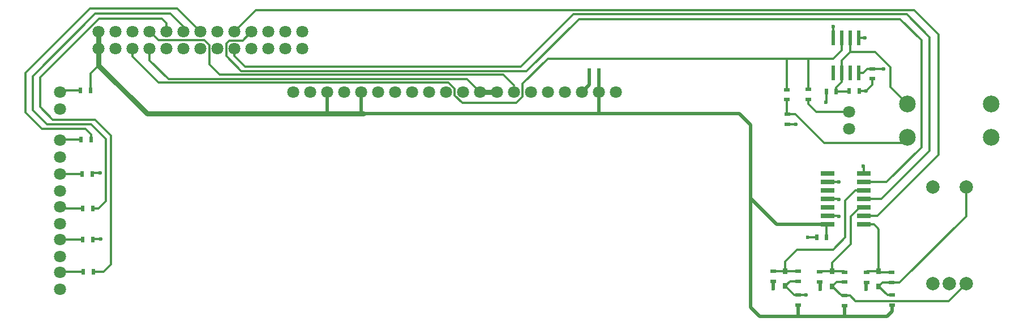
<source format=gtl>
%TF.GenerationSoftware,KiCad,Pcbnew,8.0.0-8.0.0-1~ubuntu23.10.1*%
%TF.CreationDate,2024-02-24T12:58:59+11:00*%
%TF.ProjectId,tbc_ui,7462635f-7569-42e6-9b69-6361645f7063,rev?*%
%TF.SameCoordinates,Original*%
%TF.FileFunction,Copper,L1,Top*%
%TF.FilePolarity,Positive*%
%FSLAX46Y46*%
G04 Gerber Fmt 4.6, Leading zero omitted, Abs format (unit mm)*
G04 Created by KiCad (PCBNEW 8.0.0-8.0.0-1~ubuntu23.10.1) date 2024-02-24 12:58:59*
%MOMM*%
%LPD*%
G01*
G04 APERTURE LIST*
%TA.AperFunction,SMDPad,CuDef*%
%ADD10R,0.600000X0.900000*%
%TD*%
%TA.AperFunction,SMDPad,CuDef*%
%ADD11R,0.900000X0.600000*%
%TD*%
%TA.AperFunction,SMDPad,CuDef*%
%ADD12R,0.700000X0.850000*%
%TD*%
%TA.AperFunction,ComponentPad*%
%ADD13C,1.800000*%
%TD*%
%TA.AperFunction,SMDPad,CuDef*%
%ADD14R,0.600000X2.200000*%
%TD*%
%TA.AperFunction,ComponentPad*%
%ADD15C,2.500000*%
%TD*%
%TA.AperFunction,ComponentPad*%
%ADD16C,2.000000*%
%TD*%
%TA.AperFunction,SMDPad,CuDef*%
%ADD17R,2.000000X0.700000*%
%TD*%
%TA.AperFunction,ViaPad*%
%ADD18C,0.600000*%
%TD*%
%TA.AperFunction,Conductor*%
%ADD19C,0.300000*%
%TD*%
%TA.AperFunction,Conductor*%
%ADD20C,0.500000*%
%TD*%
%TA.AperFunction,Conductor*%
%ADD21C,0.800000*%
%TD*%
G04 APERTURE END LIST*
D10*
%TO.P,C5,1*%
%TO.N,+3V3*%
X206650000Y-100550000D03*
%TO.P,C5,2*%
%TO.N,GND*%
X205150000Y-100550000D03*
%TD*%
D11*
%TO.P,R4,1*%
%TO.N,Net-(D3-A)*%
X209350000Y-109250000D03*
%TO.P,R4,2*%
%TO.N,+3V3*%
X209350000Y-110750000D03*
%TD*%
D12*
%TO.P,D2,1,K*%
%TO.N,Net-(D2-K)*%
X214400000Y-105625000D03*
%TO.P,D2,2,A*%
%TO.N,Net-(D2-A)*%
X214400000Y-107875000D03*
%TD*%
D11*
%TO.P,R10,1*%
%TO.N,Net-(D4-Anode)*%
X203920000Y-79865000D03*
%TO.P,R10,2*%
%TO.N,/FREEZE*%
X203920000Y-78365000D03*
%TD*%
%TO.P,R6,1*%
%TO.N,Net-(D3-K)*%
X209350000Y-105750000D03*
%TO.P,R6,2*%
%TO.N,Net-(D3-A)*%
X209350000Y-107250000D03*
%TD*%
%TO.P,C2,1*%
%TO.N,GND*%
X212600000Y-107275000D03*
%TO.P,C2,2*%
%TO.N,Net-(D2-K)*%
X212600000Y-105775000D03*
%TD*%
D10*
%TO.P,R11,1*%
%TO.N,Net-(D5-Anode)*%
X95150000Y-85900000D03*
%TO.P,R11,2*%
%TO.N,/D_READY*%
X96650000Y-85900000D03*
%TD*%
D13*
%TO.P,D5,1,Cathode*%
%TO.N,GND*%
X92000000Y-88520000D03*
%TO.P,D5,2,Anode*%
%TO.N,Net-(D5-Anode)*%
X92000000Y-85980000D03*
%TD*%
D10*
%TO.P,R9,1*%
%TO.N,GND*%
X211485000Y-78615000D03*
%TO.P,R9,2*%
%TO.N,Net-(U2-THR)*%
X209985000Y-78615000D03*
%TD*%
D13*
%TO.P,D10,1,Cathode*%
%TO.N,GND*%
X92000000Y-81270000D03*
%TO.P,D10,2,Anode*%
%TO.N,Net-(D10-Anode)*%
X92000000Y-78730000D03*
%TD*%
D10*
%TO.P,C6,1*%
%TO.N,GND*%
X171100000Y-75650000D03*
%TO.P,C6,2*%
%TO.N,+3V3*%
X172600000Y-75650000D03*
%TD*%
D13*
%TO.P,D4,1,Cathode*%
%TO.N,GND*%
X210000000Y-84270000D03*
%TO.P,D4,2,Anode*%
%TO.N,Net-(D4-Anode)*%
X210000000Y-81730000D03*
%TD*%
D10*
%TO.P,R16,1*%
%TO.N,Net-(D10-Anode)*%
X95050000Y-78500000D03*
%TO.P,R16,2*%
%TO.N,+3V3*%
X96550000Y-78500000D03*
%TD*%
%TO.P,R13,1*%
%TO.N,Net-(D7-Anode)*%
X95350000Y-96200000D03*
%TO.P,R13,2*%
%TO.N,/D_INTERLACED*%
X96850000Y-96200000D03*
%TD*%
D11*
%TO.P,C4,1*%
%TO.N,GND*%
X200750000Y-83550000D03*
%TO.P,C4,2*%
%TO.N,Net-(C4-Pad2)*%
X200750000Y-82050000D03*
%TD*%
%TO.P,R7,1*%
%TO.N,Net-(C4-Pad2)*%
X200700000Y-79900000D03*
%TO.P,R7,2*%
%TO.N,/FREEZE*%
X200700000Y-78400000D03*
%TD*%
D13*
%TO.P,D8,1,Cathode*%
%TO.N,GND*%
X92000000Y-103411168D03*
%TO.P,D8,2,Anode*%
%TO.N,Net-(D8-Anode)*%
X92000000Y-100871168D03*
%TD*%
D11*
%TO.P,C3,1*%
%TO.N,GND*%
X205600000Y-107200000D03*
%TO.P,C3,2*%
%TO.N,Net-(D3-K)*%
X205600000Y-105700000D03*
%TD*%
D10*
%TO.P,R12,1*%
%TO.N,Net-(D6-Anode)*%
X95300000Y-91000000D03*
%TO.P,R12,2*%
%TO.N,/D_SIGNAL*%
X96800000Y-91000000D03*
%TD*%
%TO.P,R15,1*%
%TO.N,Net-(D9-Anode)*%
X95450000Y-105700000D03*
%TO.P,R15,2*%
%TO.N,/D_60HZ*%
X96950000Y-105700000D03*
%TD*%
%TO.P,R8,1*%
%TO.N,Net-(U2-THR)*%
X208085000Y-78665000D03*
%TO.P,R8,2*%
%TO.N,+5V*%
X206585000Y-78665000D03*
%TD*%
D14*
%TO.P,U2,1,GND*%
%TO.N,GND*%
X211440000Y-70665000D03*
%TO.P,U2,2,~{TRIG}*%
%TO.N,Net-(U2-THR)*%
X210170000Y-70665000D03*
%TO.P,U2,3,OUT*%
%TO.N,/FREEZE*%
X208900000Y-70665000D03*
%TO.P,U2,4,~{RESET}*%
%TO.N,+5V*%
X207630000Y-70665000D03*
%TO.P,U2,5,CV*%
%TO.N,unconnected-(U2-CV-Pad5)*%
X207630000Y-75865000D03*
%TO.P,U2,6,THR*%
%TO.N,Net-(U2-THR)*%
X208900000Y-75865000D03*
%TO.P,U2,7,DIS*%
%TO.N,unconnected-(U2-DIS-Pad7)*%
X210170000Y-75865000D03*
%TO.P,U2,8,VDD*%
%TO.N,+5V*%
X211440000Y-75865000D03*
%TD*%
D15*
%TO.P,SW2,1,1*%
%TO.N,Net-(C4-Pad2)*%
X218750000Y-85500000D03*
%TO.P,SW2,2,2*%
X231250000Y-85500000D03*
%TO.P,SW2,3,3*%
%TO.N,Net-(U2-THR)*%
X218750000Y-80500000D03*
%TO.P,SW2,4,4*%
X231250000Y-80500000D03*
%TD*%
D11*
%TO.P,R1,1*%
%TO.N,Net-(D1-K)*%
X202350000Y-105600000D03*
%TO.P,R1,2*%
%TO.N,Net-(D1-A)*%
X202350000Y-107100000D03*
%TD*%
D12*
%TO.P,D3,1,K*%
%TO.N,Net-(D3-K)*%
X207500000Y-105625000D03*
%TO.P,D3,2,A*%
%TO.N,Net-(D3-A)*%
X207500000Y-107875000D03*
%TD*%
D13*
%TO.P,D9,1,Cathode*%
%TO.N,GND*%
X92000000Y-108270000D03*
%TO.P,D9,2,Anode*%
%TO.N,Net-(D9-Anode)*%
X92000000Y-105730000D03*
%TD*%
D12*
%TO.P,D1,1,K*%
%TO.N,Net-(D1-K)*%
X200450000Y-105575000D03*
%TO.P,D1,2,A*%
%TO.N,Net-(D1-A)*%
X200450000Y-107825000D03*
%TD*%
D11*
%TO.P,C1,1*%
%TO.N,GND*%
X198650000Y-107100000D03*
%TO.P,C1,2*%
%TO.N,Net-(D1-K)*%
X198650000Y-105600000D03*
%TD*%
D13*
%TO.P,DS1,1,VSS*%
%TO.N,GND*%
X175130000Y-78750000D03*
%TO.P,DS1,2,VDD*%
%TO.N,+3V3*%
X172590000Y-78750000D03*
%TO.P,DS1,3,REG_VDD*%
%TO.N,GND*%
X170050000Y-78750000D03*
%TO.P,DS1,4,SA0*%
X167510000Y-78750000D03*
%TO.P,DS1,5,NC*%
X164970000Y-78750000D03*
%TO.P,DS1,6,NC*%
X162430000Y-78750000D03*
%TO.P,DS1,7,SCL*%
%TO.N,/SCL*%
X159890000Y-78750000D03*
%TO.P,DS1,8,SDA_IN*%
%TO.N,/SDA*%
X157350000Y-78750000D03*
%TO.P,DS1,9,SDA_OUT*%
X154810000Y-78750000D03*
%TO.P,DS1,10,NC*%
%TO.N,GND*%
X152270000Y-78750000D03*
%TO.P,DS1,11,NC*%
X149730000Y-78750000D03*
%TO.P,DS1,12,NC*%
X147190000Y-78750000D03*
%TO.P,DS1,13,NC*%
X144650000Y-78750000D03*
%TO.P,DS1,14,NC*%
X142110000Y-78750000D03*
%TO.P,DS1,15,NC*%
X139570000Y-78750000D03*
%TO.P,DS1,16,~{RES}*%
%TO.N,+3V3*%
X137030000Y-78750000D03*
%TO.P,DS1,17,BS0*%
%TO.N,GND*%
X134490000Y-78750000D03*
%TO.P,DS1,18,BS1*%
%TO.N,+3V3*%
X131950000Y-78750000D03*
%TO.P,DS1,19,BS2*%
%TO.N,GND*%
X129410000Y-78750000D03*
%TO.P,DS1,20,VSS*%
X126870000Y-78750000D03*
%TD*%
D11*
%TO.P,R3,1*%
%TO.N,Net-(D2-A)*%
X216400000Y-109200000D03*
%TO.P,R3,2*%
%TO.N,+3V3*%
X216400000Y-110700000D03*
%TD*%
%TO.P,C7,1*%
%TO.N,GND*%
X213500000Y-76750000D03*
%TO.P,C7,2*%
%TO.N,+5V*%
X213500000Y-75250000D03*
%TD*%
D16*
%TO.P,SW1,A,A*%
%TO.N,Net-(D1-A)*%
X222500000Y-107500000D03*
%TO.P,SW1,B,B*%
%TO.N,Net-(D3-A)*%
X227500000Y-107500000D03*
%TO.P,SW1,C,C*%
%TO.N,GND*%
X225000000Y-107500000D03*
%TO.P,SW1,S1,S1*%
X222500000Y-93000000D03*
%TO.P,SW1,S2,S2*%
%TO.N,Net-(D2-A)*%
X227500000Y-93000000D03*
%TD*%
D17*
%TO.P,U1,1,1A*%
%TO.N,Net-(D2-K)*%
X212200000Y-98610000D03*
%TO.P,U1,2,1Y*%
%TO.N,/RENC_SW*%
X212200000Y-97340000D03*
%TO.P,U1,3,2A*%
%TO.N,Net-(D3-K)*%
X212200000Y-96070000D03*
%TO.P,U1,4,2Y*%
%TO.N,/RENC_B*%
X212200000Y-94800000D03*
%TO.P,U1,5,3A*%
%TO.N,Net-(D1-K)*%
X212200000Y-93530000D03*
%TO.P,U1,6,3Y*%
%TO.N,/RENC_A*%
X212200000Y-92260000D03*
%TO.P,U1,7,GND*%
%TO.N,GND*%
X212200000Y-90990000D03*
%TO.P,U1,8,4Y*%
%TO.N,unconnected-(U1-4Y-Pad8)*%
X206800000Y-90990000D03*
%TO.P,U1,9,4A*%
%TO.N,GND*%
X206800000Y-92260000D03*
%TO.P,U1,10,5Y*%
%TO.N,unconnected-(U1-5Y-Pad10)*%
X206800000Y-93530000D03*
%TO.P,U1,11,5A*%
%TO.N,GND*%
X206800000Y-94800000D03*
%TO.P,U1,12,6Y*%
%TO.N,unconnected-(U1-6Y-Pad12)*%
X206800000Y-96070000D03*
%TO.P,U1,13,6A*%
%TO.N,GND*%
X206800000Y-97340000D03*
%TO.P,U1,14,VCC*%
%TO.N,+3V3*%
X206800000Y-98610000D03*
%TD*%
D11*
%TO.P,R5,1*%
%TO.N,Net-(D2-K)*%
X216350000Y-105800000D03*
%TO.P,R5,2*%
%TO.N,Net-(D2-A)*%
X216350000Y-107300000D03*
%TD*%
D13*
%TO.P,D6,1,Cathode*%
%TO.N,GND*%
X92000000Y-93540000D03*
%TO.P,D6,2,Anode*%
%TO.N,Net-(D6-Anode)*%
X92000000Y-91000000D03*
%TD*%
D11*
%TO.P,R2,1*%
%TO.N,+3V3*%
X202350000Y-110650000D03*
%TO.P,R2,2*%
%TO.N,Net-(D1-A)*%
X202350000Y-109150000D03*
%TD*%
D10*
%TO.P,R14,1*%
%TO.N,Net-(D8-Anode)*%
X95350000Y-100900000D03*
%TO.P,R14,2*%
%TO.N,/D_50HZ*%
X96850000Y-100900000D03*
%TD*%
D13*
%TO.P,D7,1,Cathode*%
%TO.N,GND*%
X92000000Y-98520000D03*
%TO.P,D7,2,Anode*%
%TO.N,Net-(D7-Anode)*%
X92000000Y-95980000D03*
%TD*%
%TO.P,J1,1,1*%
%TO.N,unconnected-(J1-Pad1)*%
X128240000Y-72270000D03*
%TO.P,J1,2,2*%
%TO.N,unconnected-(J1-Pad2)*%
X128240000Y-69730000D03*
%TO.P,J1,3,3*%
%TO.N,unconnected-(J1-Pad3)*%
X125700000Y-72270000D03*
%TO.P,J1,4,4*%
%TO.N,unconnected-(J1-Pad4)*%
X125700000Y-69730000D03*
%TO.P,J1,5,5*%
%TO.N,unconnected-(J1-Pad5)*%
X123160000Y-72270000D03*
%TO.P,J1,6,6*%
%TO.N,unconnected-(J1-Pad6)*%
X123160000Y-69730000D03*
%TO.P,J1,7,7*%
%TO.N,unconnected-(J1-Pad7)*%
X120620000Y-72270000D03*
%TO.P,J1,8,8*%
%TO.N,/RENC_A*%
X120620000Y-69730000D03*
%TO.P,J1,9,9*%
%TO.N,/RENC_B*%
X118080000Y-72270000D03*
%TO.P,J1,10,10*%
%TO.N,/RENC_SW*%
X118080000Y-69730000D03*
%TO.P,J1,11,11*%
%TO.N,unconnected-(J1-Pad11)*%
X115540000Y-72270000D03*
%TO.P,J1,12,12*%
%TO.N,unconnected-(J1-Pad12)*%
X115540000Y-69730000D03*
%TO.P,J1,13,13*%
%TO.N,unconnected-(J1-Pad13)*%
X113000000Y-72270000D03*
%TO.P,J1,14,14*%
%TO.N,/D_READY*%
X113000000Y-69730000D03*
%TO.P,J1,15,15*%
%TO.N,/D_SIGNAL*%
X110460000Y-72270000D03*
%TO.P,J1,16,16*%
%TO.N,/D_INTERLACED*%
X110460000Y-69730000D03*
%TO.P,J1,17,17*%
%TO.N,/D_50HZ*%
X107920000Y-72270000D03*
%TO.P,J1,18,18*%
%TO.N,/D_60HZ*%
X107920000Y-69730000D03*
%TO.P,J1,19,19*%
%TO.N,/SDA*%
X105380000Y-72270000D03*
%TO.P,J1,20,20*%
%TO.N,/SCL*%
X105380000Y-69730000D03*
%TO.P,J1,21,21*%
%TO.N,/FREEZE*%
X102840000Y-72270000D03*
%TO.P,J1,22,22*%
%TO.N,+5V*%
X102840000Y-69730000D03*
%TO.P,J1,23,23*%
%TO.N,GND*%
X100300000Y-72270000D03*
%TO.P,J1,24,24*%
X100300000Y-69730000D03*
%TO.P,J1,25,25*%
%TO.N,+3V3*%
X97760000Y-72270000D03*
%TO.P,J1,26,26*%
X97760000Y-69730000D03*
%TD*%
D18*
%TO.N,GND*%
X198650000Y-108225000D03*
X212535000Y-78615000D03*
X208500000Y-97350000D03*
X208450000Y-94850000D03*
X212150000Y-89850000D03*
X205650000Y-108350000D03*
X202050000Y-83600000D03*
X208450000Y-92260000D03*
X212550000Y-108350000D03*
X203850000Y-100550000D03*
X212350000Y-70650000D03*
%TO.N,+5V*%
X207630000Y-68950000D03*
X206550000Y-80300000D03*
X215150000Y-75250000D03*
%TO.N,Net-(D1-A)*%
X203600000Y-109150000D03*
%TO.N,/D_SIGNAL*%
X98000000Y-90900000D03*
%TO.N,/D_50HZ*%
X98100000Y-100800000D03*
%TD*%
D19*
%TO.N,GND*%
X213500000Y-76750000D02*
X213500000Y-77650000D01*
D20*
X205650000Y-107250000D02*
X205600000Y-107200000D01*
D19*
X212200000Y-90990000D02*
X212200000Y-89900000D01*
X208490000Y-97340000D02*
X208500000Y-97350000D01*
D20*
X212550000Y-107325000D02*
X212600000Y-107275000D01*
D19*
X200750000Y-83550000D02*
X202000000Y-83550000D01*
X208450000Y-92260000D02*
X206800000Y-92260000D01*
X213500000Y-77650000D02*
X212535000Y-78615000D01*
X208400000Y-94800000D02*
X208450000Y-94850000D01*
X202000000Y-83550000D02*
X202050000Y-83600000D01*
D20*
X212550000Y-108350000D02*
X212550000Y-107325000D01*
D19*
X206800000Y-94800000D02*
X208400000Y-94800000D01*
D20*
X171100000Y-75650000D02*
X171100000Y-77700000D01*
D19*
X205150000Y-100550000D02*
X203850000Y-100550000D01*
X211485000Y-78615000D02*
X212535000Y-78615000D01*
X212200000Y-89900000D02*
X212150000Y-89850000D01*
D20*
X171100000Y-77700000D02*
X170050000Y-78750000D01*
X198650000Y-108225000D02*
X198650000Y-107100000D01*
X205650000Y-108350000D02*
X205650000Y-107250000D01*
D19*
X211455000Y-70650000D02*
X211440000Y-70665000D01*
X212350000Y-70650000D02*
X211455000Y-70650000D01*
X206800000Y-97340000D02*
X208490000Y-97340000D01*
D20*
%TO.N,Net-(D1-K)*%
X200425000Y-105600000D02*
X200450000Y-105575000D01*
D19*
X200425000Y-104175000D02*
X202250000Y-102350000D01*
X207650000Y-102350000D02*
X209450000Y-100550000D01*
X200425000Y-105600000D02*
X200425000Y-104175000D01*
X209450000Y-94980000D02*
X210900000Y-93530000D01*
X202350000Y-105600000D02*
X200475000Y-105600000D01*
X202250000Y-102350000D02*
X207650000Y-102350000D01*
D20*
X200475000Y-105600000D02*
X200450000Y-105575000D01*
D19*
X210900000Y-93530000D02*
X212200000Y-93530000D01*
X198650000Y-105600000D02*
X200425000Y-105600000D01*
X209450000Y-100550000D02*
X209450000Y-94980000D01*
%TO.N,Net-(D2-K)*%
X213710000Y-98610000D02*
X214200000Y-99100000D01*
X212750000Y-105625000D02*
X212600000Y-105775000D01*
X212200000Y-98610000D02*
X213710000Y-98610000D01*
X214575000Y-105800000D02*
X214400000Y-105625000D01*
X216350000Y-105800000D02*
X214575000Y-105800000D01*
X214400000Y-99300000D02*
X214200000Y-99100000D01*
X214400000Y-105625000D02*
X212750000Y-105625000D01*
X214400000Y-105625000D02*
X214400000Y-99300000D01*
%TO.N,Net-(D3-K)*%
X207500000Y-105625000D02*
X207500000Y-104300000D01*
X207500000Y-105625000D02*
X205675000Y-105625000D01*
X207500000Y-104300000D02*
X210250000Y-101550000D01*
X211580000Y-96070000D02*
X212200000Y-96070000D01*
X210250000Y-101550000D02*
X210250000Y-97400000D01*
X210250000Y-97400000D02*
X211580000Y-96070000D01*
X209225000Y-105625000D02*
X209350000Y-105750000D01*
X207500000Y-105625000D02*
X209225000Y-105625000D01*
X205675000Y-105625000D02*
X205600000Y-105700000D01*
%TO.N,Net-(C4-Pad2)*%
X202000000Y-82050000D02*
X206300000Y-86350000D01*
X200700000Y-82000000D02*
X200750000Y-82050000D01*
X200700000Y-79900000D02*
X200700000Y-82000000D01*
X200750000Y-82050000D02*
X202000000Y-82050000D01*
X206300000Y-86350000D02*
X217900000Y-86350000D01*
X217900000Y-86350000D02*
X218750000Y-85500000D01*
D21*
%TO.N,+3V3*%
X97760000Y-72270000D02*
X97760000Y-74760000D01*
D20*
X97760000Y-72270000D02*
X97760000Y-72240000D01*
D19*
X206650000Y-100550000D02*
X206650000Y-98760000D01*
D20*
X216400000Y-110700000D02*
X216400000Y-111600000D01*
X97760000Y-72240000D02*
X98000000Y-72000000D01*
X172590000Y-75660000D02*
X172600000Y-75650000D01*
X199160000Y-98610000D02*
X195250000Y-94700000D01*
X215700000Y-112400000D02*
X209450000Y-112400000D01*
X209350000Y-110750000D02*
X209350000Y-112300000D01*
X137030000Y-78750000D02*
X137030000Y-81680000D01*
X172590000Y-78750000D02*
X172590000Y-75660000D01*
X202400000Y-112400000D02*
X196650000Y-112400000D01*
D19*
X96550000Y-78500000D02*
X96550000Y-75970000D01*
D20*
X209350000Y-112300000D02*
X209450000Y-112400000D01*
D21*
X97760000Y-69730000D02*
X97760000Y-72270000D01*
D20*
X172590000Y-81990000D02*
X172600000Y-82000000D01*
D19*
X96550000Y-75970000D02*
X97760000Y-74760000D01*
D20*
X206800000Y-98610000D02*
X199160000Y-98610000D01*
D19*
X137030000Y-81680000D02*
X137350000Y-82000000D01*
D21*
X132150000Y-82000000D02*
X137350000Y-82000000D01*
D20*
X131950000Y-78750000D02*
X131950000Y-81800000D01*
X193600000Y-82000000D02*
X137350000Y-82000000D01*
X202350000Y-110650000D02*
X202350000Y-112350000D01*
D19*
X131950000Y-81800000D02*
X132150000Y-82000000D01*
D20*
X172590000Y-78750000D02*
X172590000Y-81990000D01*
X195250000Y-111000000D02*
X195250000Y-94700000D01*
X196650000Y-112400000D02*
X195250000Y-111000000D01*
X209450000Y-112400000D02*
X202400000Y-112400000D01*
X202350000Y-112350000D02*
X202400000Y-112400000D01*
X216450000Y-111650000D02*
X215700000Y-112400000D01*
D21*
X105000000Y-82000000D02*
X132150000Y-82000000D01*
D19*
X206650000Y-98760000D02*
X206800000Y-98610000D01*
D20*
X195250000Y-94700000D02*
X195250000Y-83650000D01*
X216400000Y-111600000D02*
X216450000Y-111650000D01*
D21*
X97760000Y-74760000D02*
X105000000Y-82000000D01*
D20*
X195250000Y-83650000D02*
X193600000Y-82000000D01*
D19*
%TO.N,+5V*%
X212700000Y-75250000D02*
X212085000Y-75865000D01*
X213500000Y-75250000D02*
X215150000Y-75250000D01*
X213500000Y-75250000D02*
X212700000Y-75250000D01*
X207630000Y-68950000D02*
X207630000Y-70665000D01*
X212085000Y-75865000D02*
X211440000Y-75865000D01*
X206585000Y-78665000D02*
X206585000Y-80265000D01*
X206585000Y-80265000D02*
X206550000Y-80300000D01*
%TO.N,Net-(D1-A)*%
X202350000Y-109150000D02*
X201775000Y-109150000D01*
X201175000Y-107100000D02*
X202350000Y-107100000D01*
X200450000Y-107825000D02*
X201175000Y-107100000D01*
X201775000Y-109150000D02*
X200450000Y-107825000D01*
X203600000Y-109150000D02*
X202350000Y-109150000D01*
%TO.N,Net-(D2-A)*%
X216350000Y-107300000D02*
X217550000Y-107300000D01*
X214975000Y-107300000D02*
X216350000Y-107300000D01*
X227500000Y-97350000D02*
X227500000Y-93000000D01*
X217550000Y-107300000D02*
X227500000Y-97350000D01*
X214400000Y-107875000D02*
X215725000Y-109200000D01*
X215725000Y-109200000D02*
X216400000Y-109200000D01*
X214400000Y-107875000D02*
X214975000Y-107300000D01*
%TO.N,Net-(D3-A)*%
X227500000Y-107500000D02*
X224900000Y-110100000D01*
X208875000Y-109250000D02*
X209350000Y-109250000D01*
X207500000Y-107875000D02*
X208125000Y-107250000D01*
X210950000Y-110050000D02*
X210150000Y-109250000D01*
X207500000Y-107875000D02*
X208875000Y-109250000D01*
X224900000Y-110100000D02*
X224850000Y-110050000D01*
X224850000Y-110050000D02*
X210950000Y-110050000D01*
X208125000Y-107250000D02*
X209350000Y-107250000D01*
X210150000Y-109250000D02*
X209350000Y-109250000D01*
%TO.N,/RENC_A*%
X220800000Y-87050000D02*
X215590000Y-92260000D01*
X116830000Y-71520000D02*
X116830000Y-73380000D01*
X119330000Y-71020000D02*
X117330000Y-71020000D01*
X161750000Y-75650000D02*
X169600000Y-67800000D01*
X215590000Y-92260000D02*
X212200000Y-92260000D01*
X120620000Y-69730000D02*
X119330000Y-71020000D01*
X169600000Y-67800000D02*
X217650000Y-67800000D01*
X220800000Y-70950000D02*
X220800000Y-87050000D01*
X117330000Y-71020000D02*
X116830000Y-71520000D01*
X116830000Y-73380000D02*
X119100000Y-75650000D01*
X217650000Y-67800000D02*
X220800000Y-70950000D01*
X119100000Y-75650000D02*
X161750000Y-75650000D01*
%TO.N,/RENC_B*%
X119700000Y-74950000D02*
X160900000Y-74950000D01*
X160900000Y-74950000D02*
X168750000Y-67100000D01*
X222050000Y-87600000D02*
X214850000Y-94800000D01*
X222050000Y-70550000D02*
X222050000Y-87600000D01*
X118080000Y-73330000D02*
X119700000Y-74950000D01*
X118080000Y-72270000D02*
X118080000Y-73330000D01*
X218600000Y-67100000D02*
X222050000Y-70550000D01*
X214850000Y-94800000D02*
X212200000Y-94800000D01*
X168750000Y-67100000D02*
X218600000Y-67100000D01*
%TO.N,/RENC_SW*%
X219750000Y-66500000D02*
X223400000Y-70150000D01*
X121310000Y-66500000D02*
X219750000Y-66500000D01*
X223400000Y-70150000D02*
X223400000Y-88200000D01*
X214260000Y-97340000D02*
X212200000Y-97340000D01*
X118080000Y-69730000D02*
X121310000Y-66500000D01*
X223400000Y-88200000D02*
X214260000Y-97340000D01*
%TO.N,/D_READY*%
X113000000Y-69730000D02*
X109520000Y-66250000D01*
X109520000Y-66250000D02*
X96450000Y-66250000D01*
X96450000Y-66250000D02*
X86800000Y-75900000D01*
X86800000Y-75900000D02*
X86800000Y-81800000D01*
X95800000Y-84300000D02*
X96650000Y-85150000D01*
X96650000Y-85150000D02*
X96650000Y-85900000D01*
X86800000Y-81800000D02*
X89300000Y-84300000D01*
X89300000Y-84300000D02*
X95800000Y-84300000D01*
%TO.N,/D_SIGNAL*%
X96900000Y-90900000D02*
X96800000Y-91000000D01*
X98000000Y-90900000D02*
X96900000Y-90900000D01*
%TO.N,/D_INTERLACED*%
X97250000Y-67000000D02*
X87900000Y-76350000D01*
X110460000Y-68960000D02*
X108500000Y-67000000D01*
X110460000Y-69730000D02*
X110460000Y-68960000D01*
X98800000Y-85800000D02*
X98800000Y-95100000D01*
X90000000Y-83600000D02*
X96600000Y-83600000D01*
X97700000Y-96200000D02*
X96850000Y-96200000D01*
X98800000Y-95100000D02*
X97700000Y-96200000D01*
X96600000Y-83600000D02*
X98800000Y-85800000D01*
X108500000Y-67000000D02*
X97250000Y-67000000D01*
X87900000Y-76350000D02*
X87900000Y-81500000D01*
X87900000Y-81500000D02*
X90000000Y-83600000D01*
%TO.N,/D_50HZ*%
X98100000Y-100800000D02*
X96950000Y-100800000D01*
X96950000Y-100800000D02*
X96850000Y-100900000D01*
%TO.N,/D_60HZ*%
X90900000Y-82900000D02*
X97200000Y-82900000D01*
X97200000Y-82900000D02*
X99600000Y-85300000D01*
X89000000Y-81000000D02*
X90900000Y-82900000D01*
X107920000Y-69730000D02*
X107920000Y-68420000D01*
X98500000Y-105700000D02*
X96950000Y-105700000D01*
X89000000Y-76580811D02*
X89000000Y-81000000D01*
X97830811Y-67750000D02*
X89000000Y-76580811D01*
X99600000Y-104600000D02*
X98500000Y-105700000D01*
X107250000Y-67750000D02*
X97830811Y-67750000D01*
X99600000Y-85300000D02*
X99600000Y-104600000D01*
X107920000Y-68420000D02*
X107250000Y-67750000D01*
%TO.N,/SDA*%
X108200000Y-76800000D02*
X152860000Y-76800000D01*
X105380000Y-72270000D02*
X105380000Y-73980000D01*
X152860000Y-76800000D02*
X154810000Y-78750000D01*
X105380000Y-73980000D02*
X108200000Y-76800000D01*
D21*
X157350000Y-78750000D02*
X154810000Y-78750000D01*
D19*
%TO.N,/SCL*%
X105380000Y-69730000D02*
X105480000Y-69730000D01*
X115850000Y-76150000D02*
X158290000Y-76150000D01*
X113550000Y-71000000D02*
X114290000Y-71740000D01*
X114290000Y-74590000D02*
X115850000Y-76150000D01*
X105480000Y-69730000D02*
X106750000Y-71000000D01*
X114290000Y-71740000D02*
X114290000Y-74590000D01*
X106750000Y-71000000D02*
X113550000Y-71000000D01*
X158290000Y-76150000D02*
X159890000Y-77750000D01*
%TO.N,/FREEZE*%
X151020000Y-79267767D02*
X152152233Y-80400000D01*
X160200000Y-80400000D02*
X161180000Y-79420000D01*
X207670000Y-73765000D02*
X208900000Y-72535000D01*
X102840000Y-72270000D02*
X102840000Y-73440000D01*
X150047767Y-77300000D02*
X151020000Y-78272233D01*
X152152233Y-80400000D02*
X160200000Y-80400000D01*
X161180000Y-79420000D02*
X161180000Y-77520000D01*
X208900000Y-72535000D02*
X208900000Y-70665000D01*
X102840000Y-73440000D02*
X106700000Y-77300000D01*
X106700000Y-77300000D02*
X150047767Y-77300000D01*
X200700000Y-78400000D02*
X200700000Y-73765000D01*
X151020000Y-78272233D02*
X151020000Y-79267767D01*
X203920000Y-73765000D02*
X203920000Y-78365000D01*
X161180000Y-77520000D02*
X164935000Y-73765000D01*
X164935000Y-73765000D02*
X207670000Y-73765000D01*
%TO.N,Net-(U2-THR)*%
X210170000Y-72730000D02*
X208900000Y-74000000D01*
X209985000Y-78615000D02*
X209985000Y-78435000D01*
X208900000Y-75865000D02*
X208900000Y-77100000D01*
X208900000Y-74000000D02*
X208900000Y-75865000D01*
X208085000Y-78665000D02*
X209935000Y-78665000D01*
X209935000Y-78665000D02*
X209985000Y-78615000D01*
X210170000Y-70665000D02*
X210170000Y-72730000D01*
X210170000Y-72730000D02*
X213885000Y-72730000D01*
X213885000Y-72730000D02*
X216220000Y-75065000D01*
X208900000Y-77250000D02*
X208085000Y-78065000D01*
X218750000Y-80500000D02*
X216220000Y-77970000D01*
X208085000Y-78065000D02*
X208085000Y-78665000D01*
X216220000Y-77970000D02*
X216220000Y-75065000D01*
X208900000Y-77100000D02*
X208900000Y-77250000D01*
%TO.N,Net-(D4-Anode)*%
X205080000Y-81730000D02*
X203920000Y-80570000D01*
X210000000Y-81730000D02*
X205080000Y-81730000D01*
X203920000Y-80570000D02*
X203920000Y-79865000D01*
%TO.N,Net-(D5-Anode)*%
X95150000Y-85900000D02*
X92080000Y-85900000D01*
X92080000Y-85900000D02*
X92000000Y-85980000D01*
%TO.N,Net-(D6-Anode)*%
X92000000Y-91000000D02*
X95300000Y-91000000D01*
%TO.N,Net-(D7-Anode)*%
X95350000Y-96200000D02*
X92220000Y-96200000D01*
X92220000Y-96200000D02*
X92000000Y-95980000D01*
%TO.N,Net-(D8-Anode)*%
X95350000Y-100900000D02*
X92028832Y-100900000D01*
X92028832Y-100900000D02*
X92000000Y-100871168D01*
%TO.N,Net-(D9-Anode)*%
X95450000Y-105700000D02*
X92030000Y-105700000D01*
X92030000Y-105700000D02*
X92000000Y-105730000D01*
%TO.N,Net-(D10-Anode)*%
X95050000Y-78500000D02*
X92230000Y-78500000D01*
X92230000Y-78500000D02*
X92000000Y-78730000D01*
%TD*%
M02*

</source>
